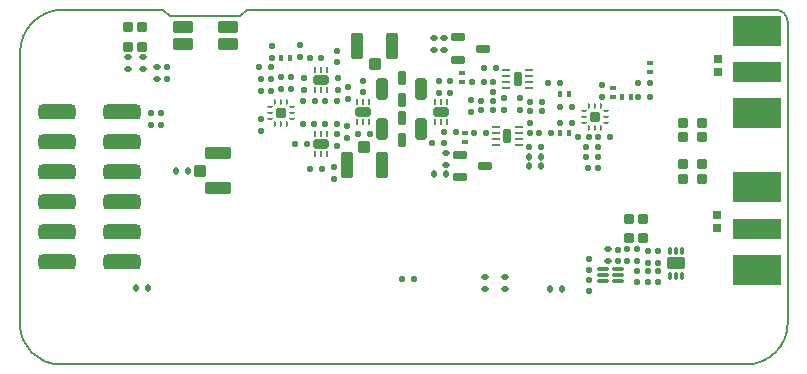
<source format=gtp>
G04*
G04 #@! TF.GenerationSoftware,Altium Limited,CircuitStudio,1.5.2 (30)*
G04*
G04 Layer_Color=16711884*
%FSLAX25Y25*%
%MOIN*%
G70*
G01*
G75*
G04:AMPARAMS|DCode=12|XSize=49.02mil|YSize=24.02mil|CornerRadius=3.6mil|HoleSize=0mil|Usage=FLASHONLY|Rotation=90.000|XOffset=0mil|YOffset=0mil|HoleType=Round|Shape=RoundedRectangle|*
%AMROUNDEDRECTD12*
21,1,0.04902,0.01681,0,0,90.0*
21,1,0.04181,0.02402,0,0,90.0*
1,1,0.00721,0.00841,0.02091*
1,1,0.00721,0.00841,-0.02091*
1,1,0.00721,-0.00841,-0.02091*
1,1,0.00721,-0.00841,0.02091*
%
%ADD12ROUNDEDRECTD12*%
G04:AMPARAMS|DCode=13|XSize=70.87mil|YSize=40.95mil|CornerRadius=6.14mil|HoleSize=0mil|Usage=FLASHONLY|Rotation=90.000|XOffset=0mil|YOffset=0mil|HoleType=Round|Shape=RoundedRectangle|*
%AMROUNDEDRECTD13*
21,1,0.07087,0.02866,0,0,90.0*
21,1,0.05858,0.04095,0,0,90.0*
1,1,0.01228,0.01433,0.02929*
1,1,0.01228,0.01433,-0.02929*
1,1,0.01228,-0.01433,-0.02929*
1,1,0.01228,-0.01433,0.02929*
%
%ADD13ROUNDEDRECTD13*%
G04:AMPARAMS|DCode=14|XSize=64.96mil|YSize=41.34mil|CornerRadius=4.13mil|HoleSize=0mil|Usage=FLASHONLY|Rotation=180.000|XOffset=0mil|YOffset=0mil|HoleType=Round|Shape=RoundedRectangle|*
%AMROUNDEDRECTD14*
21,1,0.06496,0.03307,0,0,180.0*
21,1,0.05669,0.04134,0,0,180.0*
1,1,0.00827,-0.02835,0.01654*
1,1,0.00827,0.02835,0.01654*
1,1,0.00827,0.02835,-0.01654*
1,1,0.00827,-0.02835,-0.01654*
%
%ADD14ROUNDEDRECTD14*%
G04:AMPARAMS|DCode=17|XSize=31.89mil|YSize=36.61mil|CornerRadius=4.78mil|HoleSize=0mil|Usage=FLASHONLY|Rotation=270.000|XOffset=0mil|YOffset=0mil|HoleType=Round|Shape=RoundedRectangle|*
%AMROUNDEDRECTD17*
21,1,0.03189,0.02705,0,0,270.0*
21,1,0.02232,0.03661,0,0,270.0*
1,1,0.00957,-0.01352,-0.01116*
1,1,0.00957,-0.01352,0.01116*
1,1,0.00957,0.01352,0.01116*
1,1,0.00957,0.01352,-0.01116*
%
%ADD17ROUNDEDRECTD17*%
G04:AMPARAMS|DCode=18|XSize=31.89mil|YSize=36.61mil|CornerRadius=4.78mil|HoleSize=0mil|Usage=FLASHONLY|Rotation=180.000|XOffset=0mil|YOffset=0mil|HoleType=Round|Shape=RoundedRectangle|*
%AMROUNDEDRECTD18*
21,1,0.03189,0.02705,0,0,180.0*
21,1,0.02232,0.03661,0,0,180.0*
1,1,0.00957,-0.01116,0.01352*
1,1,0.00957,0.01116,0.01352*
1,1,0.00957,0.01116,-0.01352*
1,1,0.00957,-0.01116,-0.01352*
%
%ADD18ROUNDEDRECTD18*%
G04:AMPARAMS|DCode=19|XSize=27.56mil|YSize=27.56mil|CornerRadius=2.76mil|HoleSize=0mil|Usage=FLASHONLY|Rotation=270.000|XOffset=0mil|YOffset=0mil|HoleType=Round|Shape=RoundedRectangle|*
%AMROUNDEDRECTD19*
21,1,0.02756,0.02205,0,0,270.0*
21,1,0.02205,0.02756,0,0,270.0*
1,1,0.00551,-0.01102,-0.01102*
1,1,0.00551,-0.01102,0.01102*
1,1,0.00551,0.01102,0.01102*
1,1,0.00551,0.01102,-0.01102*
%
%ADD19ROUNDEDRECTD19*%
G04:AMPARAMS|DCode=20|XSize=14.17mil|YSize=23mil|CornerRadius=0.71mil|HoleSize=0mil|Usage=FLASHONLY|Rotation=180.000|XOffset=0mil|YOffset=0mil|HoleType=Round|Shape=RoundedRectangle|*
%AMROUNDEDRECTD20*
21,1,0.01417,0.02158,0,0,180.0*
21,1,0.01276,0.02300,0,0,180.0*
1,1,0.00142,-0.00638,0.01079*
1,1,0.00142,0.00638,0.01079*
1,1,0.00142,0.00638,-0.01079*
1,1,0.00142,-0.00638,-0.01079*
%
%ADD20ROUNDEDRECTD20*%
G04:AMPARAMS|DCode=21|XSize=14.17mil|YSize=23mil|CornerRadius=0.71mil|HoleSize=0mil|Usage=FLASHONLY|Rotation=90.000|XOffset=0mil|YOffset=0mil|HoleType=Round|Shape=RoundedRectangle|*
%AMROUNDEDRECTD21*
21,1,0.01417,0.02158,0,0,90.0*
21,1,0.01276,0.02300,0,0,90.0*
1,1,0.00142,0.01079,0.00638*
1,1,0.00142,0.01079,-0.00638*
1,1,0.00142,-0.01079,-0.00638*
1,1,0.00142,-0.01079,0.00638*
%
%ADD21ROUNDEDRECTD21*%
G04:AMPARAMS|DCode=22|XSize=23.62mil|YSize=17.72mil|CornerRadius=4.43mil|HoleSize=0mil|Usage=FLASHONLY|Rotation=270.000|XOffset=0mil|YOffset=0mil|HoleType=Round|Shape=RoundedRectangle|*
%AMROUNDEDRECTD22*
21,1,0.02362,0.00886,0,0,270.0*
21,1,0.01476,0.01772,0,0,270.0*
1,1,0.00886,-0.00443,-0.00738*
1,1,0.00886,-0.00443,0.00738*
1,1,0.00886,0.00443,0.00738*
1,1,0.00886,0.00443,-0.00738*
%
%ADD22ROUNDEDRECTD22*%
G04:AMPARAMS|DCode=23|XSize=23.62mil|YSize=17.72mil|CornerRadius=4.43mil|HoleSize=0mil|Usage=FLASHONLY|Rotation=0.000|XOffset=0mil|YOffset=0mil|HoleType=Round|Shape=RoundedRectangle|*
%AMROUNDEDRECTD23*
21,1,0.02362,0.00886,0,0,0.0*
21,1,0.01476,0.01772,0,0,0.0*
1,1,0.00886,0.00738,-0.00443*
1,1,0.00886,-0.00738,-0.00443*
1,1,0.00886,-0.00738,0.00443*
1,1,0.00886,0.00738,0.00443*
%
%ADD23ROUNDEDRECTD23*%
G04:AMPARAMS|DCode=24|XSize=47.24mil|YSize=23.62mil|CornerRadius=3.54mil|HoleSize=0mil|Usage=FLASHONLY|Rotation=90.000|XOffset=0mil|YOffset=0mil|HoleType=Round|Shape=RoundedRectangle|*
%AMROUNDEDRECTD24*
21,1,0.04724,0.01654,0,0,90.0*
21,1,0.04016,0.02362,0,0,90.0*
1,1,0.00709,0.00827,0.02008*
1,1,0.00709,0.00827,-0.02008*
1,1,0.00709,-0.00827,-0.02008*
1,1,0.00709,-0.00827,0.02008*
%
%ADD24ROUNDEDRECTD24*%
G04:AMPARAMS|DCode=25|XSize=9.84mil|YSize=29.53mil|CornerRadius=1.48mil|HoleSize=0mil|Usage=FLASHONLY|Rotation=90.000|XOffset=0mil|YOffset=0mil|HoleType=Round|Shape=RoundedRectangle|*
%AMROUNDEDRECTD25*
21,1,0.00984,0.02658,0,0,90.0*
21,1,0.00689,0.02953,0,0,90.0*
1,1,0.00295,0.01329,0.00345*
1,1,0.00295,0.01329,-0.00345*
1,1,0.00295,-0.01329,-0.00345*
1,1,0.00295,-0.01329,0.00345*
%
%ADD25ROUNDEDRECTD25*%
%ADD26R,0.16496X0.10492*%
%ADD27R,0.16496X0.07008*%
G04:AMPARAMS|DCode=28|XSize=48.43mil|YSize=23.62mil|CornerRadius=2.95mil|HoleSize=0mil|Usage=FLASHONLY|Rotation=0.000|XOffset=0mil|YOffset=0mil|HoleType=Round|Shape=RoundedRectangle|*
%AMROUNDEDRECTD28*
21,1,0.04843,0.01772,0,0,0.0*
21,1,0.04252,0.02362,0,0,0.0*
1,1,0.00591,0.02126,-0.00886*
1,1,0.00591,-0.02126,-0.00886*
1,1,0.00591,-0.02126,0.00886*
1,1,0.00591,0.02126,0.00886*
%
%ADD28ROUNDEDRECTD28*%
G04:AMPARAMS|DCode=29|XSize=21.65mil|YSize=17.72mil|CornerRadius=4.43mil|HoleSize=0mil|Usage=FLASHONLY|Rotation=90.000|XOffset=0mil|YOffset=0mil|HoleType=Round|Shape=RoundedRectangle|*
%AMROUNDEDRECTD29*
21,1,0.02165,0.00886,0,0,90.0*
21,1,0.01280,0.01772,0,0,90.0*
1,1,0.00886,0.00443,0.00640*
1,1,0.00886,0.00443,-0.00640*
1,1,0.00886,-0.00443,-0.00640*
1,1,0.00886,-0.00443,0.00640*
%
%ADD29ROUNDEDRECTD29*%
G04:AMPARAMS|DCode=30|XSize=21.65mil|YSize=17.72mil|CornerRadius=4.43mil|HoleSize=0mil|Usage=FLASHONLY|Rotation=180.000|XOffset=0mil|YOffset=0mil|HoleType=Round|Shape=RoundedRectangle|*
%AMROUNDEDRECTD30*
21,1,0.02165,0.00886,0,0,180.0*
21,1,0.01280,0.01772,0,0,180.0*
1,1,0.00886,-0.00640,0.00443*
1,1,0.00886,0.00640,0.00443*
1,1,0.00886,0.00640,-0.00443*
1,1,0.00886,-0.00640,-0.00443*
%
%ADD30ROUNDEDRECTD30*%
G04:AMPARAMS|DCode=31|XSize=125.2mil|YSize=50mil|CornerRadius=12.5mil|HoleSize=0mil|Usage=FLASHONLY|Rotation=180.000|XOffset=0mil|YOffset=0mil|HoleType=Round|Shape=RoundedRectangle|*
%AMROUNDEDRECTD31*
21,1,0.12520,0.02500,0,0,180.0*
21,1,0.10020,0.05000,0,0,180.0*
1,1,0.02500,-0.05010,0.01250*
1,1,0.02500,0.05010,0.01250*
1,1,0.02500,0.05010,-0.01250*
1,1,0.02500,-0.05010,-0.01250*
%
%ADD31ROUNDEDRECTD31*%
G04:AMPARAMS|DCode=32|XSize=21.65mil|YSize=9.84mil|CornerRadius=1.48mil|HoleSize=0mil|Usage=FLASHONLY|Rotation=90.000|XOffset=0mil|YOffset=0mil|HoleType=Round|Shape=RoundedRectangle|*
%AMROUNDEDRECTD32*
21,1,0.02165,0.00689,0,0,90.0*
21,1,0.01870,0.00984,0,0,90.0*
1,1,0.00295,0.00345,0.00935*
1,1,0.00295,0.00345,-0.00935*
1,1,0.00295,-0.00345,-0.00935*
1,1,0.00295,-0.00345,0.00935*
%
%ADD32ROUNDEDRECTD32*%
G04:AMPARAMS|DCode=33|XSize=51.18mil|YSize=31.5mil|CornerRadius=4.72mil|HoleSize=0mil|Usage=FLASHONLY|Rotation=180.000|XOffset=0mil|YOffset=0mil|HoleType=Round|Shape=RoundedRectangle|*
%AMROUNDEDRECTD33*
21,1,0.05118,0.02205,0,0,180.0*
21,1,0.04173,0.03150,0,0,180.0*
1,1,0.00945,-0.02087,0.01102*
1,1,0.00945,0.02087,0.01102*
1,1,0.00945,0.02087,-0.01102*
1,1,0.00945,-0.02087,-0.01102*
%
%ADD33ROUNDEDRECTD33*%
G04:AMPARAMS|DCode=34|XSize=39.37mil|YSize=41.34mil|CornerRadius=3.94mil|HoleSize=0mil|Usage=FLASHONLY|Rotation=270.000|XOffset=0mil|YOffset=0mil|HoleType=Round|Shape=RoundedRectangle|*
%AMROUNDEDRECTD34*
21,1,0.03937,0.03347,0,0,270.0*
21,1,0.03150,0.04134,0,0,270.0*
1,1,0.00787,-0.01673,-0.01575*
1,1,0.00787,-0.01673,0.01575*
1,1,0.00787,0.01673,0.01575*
1,1,0.00787,0.01673,-0.01575*
%
%ADD34ROUNDEDRECTD34*%
G04:AMPARAMS|DCode=35|XSize=41.34mil|YSize=86.61mil|CornerRadius=4.13mil|HoleSize=0mil|Usage=FLASHONLY|Rotation=270.000|XOffset=0mil|YOffset=0mil|HoleType=Round|Shape=RoundedRectangle|*
%AMROUNDEDRECTD35*
21,1,0.04134,0.07835,0,0,270.0*
21,1,0.03307,0.08661,0,0,270.0*
1,1,0.00827,-0.03917,-0.01654*
1,1,0.00827,-0.03917,0.01654*
1,1,0.00827,0.03917,0.01654*
1,1,0.00827,0.03917,-0.01654*
%
%ADD35ROUNDEDRECTD35*%
G04:AMPARAMS|DCode=36|XSize=39.37mil|YSize=41.34mil|CornerRadius=3.94mil|HoleSize=0mil|Usage=FLASHONLY|Rotation=180.000|XOffset=0mil|YOffset=0mil|HoleType=Round|Shape=RoundedRectangle|*
%AMROUNDEDRECTD36*
21,1,0.03937,0.03347,0,0,180.0*
21,1,0.03150,0.04134,0,0,180.0*
1,1,0.00787,-0.01575,0.01673*
1,1,0.00787,0.01575,0.01673*
1,1,0.00787,0.01575,-0.01673*
1,1,0.00787,-0.01575,-0.01673*
%
%ADD36ROUNDEDRECTD36*%
G04:AMPARAMS|DCode=37|XSize=41.34mil|YSize=86.61mil|CornerRadius=4.13mil|HoleSize=0mil|Usage=FLASHONLY|Rotation=180.000|XOffset=0mil|YOffset=0mil|HoleType=Round|Shape=RoundedRectangle|*
%AMROUNDEDRECTD37*
21,1,0.04134,0.07835,0,0,180.0*
21,1,0.03307,0.08661,0,0,180.0*
1,1,0.00827,-0.01654,0.03917*
1,1,0.00827,0.01654,0.03917*
1,1,0.00827,0.01654,-0.03917*
1,1,0.00827,-0.01654,-0.03917*
%
%ADD37ROUNDEDRECTD37*%
G04:AMPARAMS|DCode=38|XSize=18.11mil|YSize=7.87mil|CornerRadius=3.15mil|HoleSize=0mil|Usage=FLASHONLY|Rotation=180.000|XOffset=0mil|YOffset=0mil|HoleType=Round|Shape=RoundedRectangle|*
%AMROUNDEDRECTD38*
21,1,0.01811,0.00158,0,0,180.0*
21,1,0.01181,0.00787,0,0,180.0*
1,1,0.00630,-0.00591,0.00079*
1,1,0.00630,0.00591,0.00079*
1,1,0.00630,0.00591,-0.00079*
1,1,0.00630,-0.00591,-0.00079*
%
%ADD38ROUNDEDRECTD38*%
G04:AMPARAMS|DCode=39|XSize=18.11mil|YSize=7.87mil|CornerRadius=3.15mil|HoleSize=0mil|Usage=FLASHONLY|Rotation=270.000|XOffset=0mil|YOffset=0mil|HoleType=Round|Shape=RoundedRectangle|*
%AMROUNDEDRECTD39*
21,1,0.01811,0.00158,0,0,270.0*
21,1,0.01181,0.00787,0,0,270.0*
1,1,0.00630,-0.00079,-0.00591*
1,1,0.00630,-0.00079,0.00591*
1,1,0.00630,0.00079,0.00591*
1,1,0.00630,0.00079,-0.00591*
%
%ADD39ROUNDEDRECTD39*%
G04:AMPARAMS|DCode=40|XSize=31.5mil|YSize=31.5mil|CornerRadius=3.15mil|HoleSize=0mil|Usage=FLASHONLY|Rotation=270.000|XOffset=0mil|YOffset=0mil|HoleType=Round|Shape=RoundedRectangle|*
%AMROUNDEDRECTD40*
21,1,0.03150,0.02520,0,0,270.0*
21,1,0.02520,0.03150,0,0,270.0*
1,1,0.00630,-0.01260,-0.01260*
1,1,0.00630,-0.01260,0.01260*
1,1,0.00630,0.01260,0.01260*
1,1,0.00630,0.01260,-0.01260*
%
%ADD40ROUNDEDRECTD40*%
G04:AMPARAMS|DCode=41|XSize=25.59mil|YSize=11.81mil|CornerRadius=2.95mil|HoleSize=0mil|Usage=FLASHONLY|Rotation=270.000|XOffset=0mil|YOffset=0mil|HoleType=Round|Shape=RoundedRectangle|*
%AMROUNDEDRECTD41*
21,1,0.02559,0.00591,0,0,270.0*
21,1,0.01969,0.01181,0,0,270.0*
1,1,0.00591,-0.00295,-0.00984*
1,1,0.00591,-0.00295,0.00984*
1,1,0.00591,0.00295,0.00984*
1,1,0.00591,0.00295,-0.00984*
%
%ADD41ROUNDEDRECTD41*%
G04:AMPARAMS|DCode=42|XSize=61.02mil|YSize=40.16mil|CornerRadius=4.02mil|HoleSize=0mil|Usage=FLASHONLY|Rotation=0.000|XOffset=0mil|YOffset=0mil|HoleType=Round|Shape=RoundedRectangle|*
%AMROUNDEDRECTD42*
21,1,0.06102,0.03213,0,0,0.0*
21,1,0.05299,0.04016,0,0,0.0*
1,1,0.00803,0.02649,-0.01606*
1,1,0.00803,-0.02649,-0.01606*
1,1,0.00803,-0.02649,0.01606*
1,1,0.00803,0.02649,0.01606*
%
%ADD42ROUNDEDRECTD42*%
G04:AMPARAMS|DCode=43|XSize=37.01mil|YSize=10.63mil|CornerRadius=1.33mil|HoleSize=0mil|Usage=FLASHONLY|Rotation=180.000|XOffset=0mil|YOffset=0mil|HoleType=Round|Shape=RoundedRectangle|*
%AMROUNDEDRECTD43*
21,1,0.03701,0.00797,0,0,180.0*
21,1,0.03435,0.01063,0,0,180.0*
1,1,0.00266,-0.01718,0.00399*
1,1,0.00266,0.01718,0.00399*
1,1,0.00266,0.01718,-0.00399*
1,1,0.00266,-0.01718,-0.00399*
%
%ADD43ROUNDEDRECTD43*%
%ADD53C,0.00500*%
G04:AMPARAMS|DCode=98|XSize=21.62mil|YSize=17.69mil|CornerRadius=3.92mil|HoleSize=0mil|Usage=FLASHONLY|Rotation=180.000|XOffset=0mil|YOffset=0mil|HoleType=Round|Shape=RoundedRectangle|*
%AMROUNDEDRECTD98*
21,1,0.02162,0.00984,0,0,180.0*
21,1,0.01378,0.01769,0,0,180.0*
1,1,0.00784,-0.00689,0.00492*
1,1,0.00784,0.00689,0.00492*
1,1,0.00784,0.00689,-0.00492*
1,1,0.00784,-0.00689,-0.00492*
%
%ADD98ROUNDEDRECTD98*%
G04:AMPARAMS|DCode=99|XSize=21.62mil|YSize=17.69mil|CornerRadius=3.92mil|HoleSize=0mil|Usage=FLASHONLY|Rotation=270.000|XOffset=0mil|YOffset=0mil|HoleType=Round|Shape=RoundedRectangle|*
%AMROUNDEDRECTD99*
21,1,0.02162,0.00984,0,0,270.0*
21,1,0.01378,0.01769,0,0,270.0*
1,1,0.00784,-0.00492,-0.00689*
1,1,0.00784,-0.00492,0.00689*
1,1,0.00784,0.00492,0.00689*
1,1,0.00784,0.00492,-0.00689*
%
%ADD99ROUNDEDRECTD99*%
D12*
X1161836Y774360D02*
D03*
Y781663D02*
D03*
X1161826Y787509D02*
D03*
Y794813D02*
D03*
D13*
X1168233Y778011D02*
D03*
X1155438D02*
D03*
X1168223Y791161D02*
D03*
X1155428D02*
D03*
D14*
X1103954Y806327D02*
D03*
Y812035D02*
D03*
X1088797Y806327D02*
D03*
Y812035D02*
D03*
D17*
X1242376Y748070D02*
D03*
Y741692D02*
D03*
X1237476Y748070D02*
D03*
Y741692D02*
D03*
X1070636Y811800D02*
D03*
Y805422D02*
D03*
X1075456Y811820D02*
D03*
Y805442D02*
D03*
D18*
X1262065Y766181D02*
D03*
X1255687D02*
D03*
X1262065Y761381D02*
D03*
X1255687D02*
D03*
X1262065Y775181D02*
D03*
X1255687D02*
D03*
X1262065Y779881D02*
D03*
X1255687D02*
D03*
D19*
X1266887Y749127D02*
D03*
Y744797D02*
D03*
X1267433Y801128D02*
D03*
Y796797D02*
D03*
D20*
X1121716Y801681D02*
D03*
X1124716D02*
D03*
X1217583Y789713D02*
D03*
X1214583D02*
D03*
X1217583Y776524D02*
D03*
X1214583D02*
D03*
X1235276Y788681D02*
D03*
X1238276D02*
D03*
D21*
X1232276Y791681D02*
D03*
Y788681D02*
D03*
X1244576Y799781D02*
D03*
Y796781D02*
D03*
X1181929Y796610D02*
D03*
Y793610D02*
D03*
X1182876Y773581D02*
D03*
Y776581D02*
D03*
D22*
X1172676Y762981D02*
D03*
X1176676D02*
D03*
X1215276Y724481D02*
D03*
X1211276D02*
D03*
X1208276Y765581D02*
D03*
X1204276D02*
D03*
X1204366Y768759D02*
D03*
X1208366D02*
D03*
X1086476Y763931D02*
D03*
X1090476D02*
D03*
X1073176Y724881D02*
D03*
X1077176D02*
D03*
D23*
X1175976Y804381D02*
D03*
Y808381D02*
D03*
X1176676Y765781D02*
D03*
Y769781D02*
D03*
X1070676Y802081D02*
D03*
Y798081D02*
D03*
X1075476Y802081D02*
D03*
Y798081D02*
D03*
X1080176Y798681D02*
D03*
Y794681D02*
D03*
X1172776Y804381D02*
D03*
Y808381D02*
D03*
X1196376Y728481D02*
D03*
Y724481D02*
D03*
X1189776Y728481D02*
D03*
Y724481D02*
D03*
X1230676Y737781D02*
D03*
Y733781D02*
D03*
D24*
X1197028Y775638D02*
D03*
X1200532Y794535D02*
D03*
D25*
X1200906Y772685D02*
D03*
Y774654D02*
D03*
Y776622D02*
D03*
Y778591D02*
D03*
X1193150Y772685D02*
D03*
Y774654D02*
D03*
Y776622D02*
D03*
Y778591D02*
D03*
X1196654Y797488D02*
D03*
Y795520D02*
D03*
Y793551D02*
D03*
Y791583D02*
D03*
X1204410Y797488D02*
D03*
Y795520D02*
D03*
Y793551D02*
D03*
Y791583D02*
D03*
D26*
X1280174Y783114D02*
D03*
Y810614D02*
D03*
Y730948D02*
D03*
Y758448D02*
D03*
D27*
Y796864D02*
D03*
Y744698D02*
D03*
D28*
X1180725Y808478D02*
D03*
X1189072Y804738D02*
D03*
X1180725Y800998D02*
D03*
X1181415Y769403D02*
D03*
X1189761Y765662D02*
D03*
X1181415Y761922D02*
D03*
D29*
X1227249Y764881D02*
D03*
X1223903D02*
D03*
X1237102Y737781D02*
D03*
X1240448D02*
D03*
X1237102Y733781D02*
D03*
X1240448D02*
D03*
D30*
X1192376Y793681D02*
D03*
Y790335D02*
D03*
X1204567Y776622D02*
D03*
Y779968D02*
D03*
D31*
X1046985Y783478D02*
D03*
Y773478D02*
D03*
Y763478D02*
D03*
Y753478D02*
D03*
Y743478D02*
D03*
Y733478D02*
D03*
X1068481Y783478D02*
D03*
Y773478D02*
D03*
Y763478D02*
D03*
Y753478D02*
D03*
Y743478D02*
D03*
Y733478D02*
D03*
D32*
X1172867Y780405D02*
D03*
X1174836D02*
D03*
X1176804D02*
D03*
Y787098D02*
D03*
X1174836D02*
D03*
X1172867D02*
D03*
X1147027Y780325D02*
D03*
X1148996D02*
D03*
X1150964D02*
D03*
Y787018D02*
D03*
X1148996D02*
D03*
X1147027D02*
D03*
X1137047Y776327D02*
D03*
X1135079D02*
D03*
X1133110D02*
D03*
Y769634D02*
D03*
X1135079D02*
D03*
X1137047D02*
D03*
X1133110Y790894D02*
D03*
X1135079D02*
D03*
X1137047D02*
D03*
Y797587D02*
D03*
X1135079D02*
D03*
X1133110D02*
D03*
D33*
X1174836Y783751D02*
D03*
X1148996Y783671D02*
D03*
X1135079Y772980D02*
D03*
Y794240D02*
D03*
D34*
X1094472Y763981D02*
D03*
D35*
X1100476Y769788D02*
D03*
Y758174D02*
D03*
D36*
X1149446Y772005D02*
D03*
X1152846Y799577D02*
D03*
D37*
X1155253Y766001D02*
D03*
X1143639D02*
D03*
X1147038Y805581D02*
D03*
X1158653D02*
D03*
D38*
X1125354Y781248D02*
D03*
Y783217D02*
D03*
Y785185D02*
D03*
X1118032D02*
D03*
Y783217D02*
D03*
Y781248D02*
D03*
X1222756Y784004D02*
D03*
Y782035D02*
D03*
Y780067D02*
D03*
X1230079D02*
D03*
Y782035D02*
D03*
Y784004D02*
D03*
D39*
X1123662Y786878D02*
D03*
X1121693D02*
D03*
X1119724D02*
D03*
Y779555D02*
D03*
X1121693D02*
D03*
X1123662D02*
D03*
X1224449Y778374D02*
D03*
X1226417D02*
D03*
X1228386D02*
D03*
Y785697D02*
D03*
X1226417D02*
D03*
X1224449D02*
D03*
D40*
X1121693Y783217D02*
D03*
X1226417Y782035D02*
D03*
D41*
X1255270Y737290D02*
D03*
X1253301D02*
D03*
X1251332D02*
D03*
Y729022D02*
D03*
X1253301D02*
D03*
X1255270D02*
D03*
D42*
X1253301Y733156D02*
D03*
D43*
X1233856Y727413D02*
D03*
Y729381D02*
D03*
Y731350D02*
D03*
X1228895D02*
D03*
Y729381D02*
D03*
Y727413D02*
D03*
D53*
X1290528Y813564D02*
G03*
X1286362Y817730I-4166J0D01*
G01*
X1048995D02*
G03*
X1034623Y803358I0J-14372D01*
G01*
X1034623Y712769D02*
G03*
X1047891Y699502I13268J0D01*
G01*
X1276749Y699502D02*
G03*
X1290528Y713281I0J13780D01*
G01*
X1107961Y815466D02*
X1110224Y817730D01*
X1048995D02*
X1082327D01*
X1084591Y815466D01*
X1290528Y767631D02*
Y813564D01*
X1110224Y817730D02*
X1286362D01*
X1290528Y713281D02*
Y718006D01*
X1034623Y796470D02*
Y803358D01*
X1084591Y815466D02*
X1107961D01*
X1290528Y718006D02*
Y767631D01*
X1034623Y712769D02*
X1034623Y796470D01*
X1047891Y699502D02*
X1276749Y699502D01*
D98*
X1185079Y783610D02*
D03*
Y787547D02*
D03*
X1118606Y805650D02*
D03*
Y801713D02*
D03*
X1127856Y805830D02*
D03*
Y801893D02*
D03*
X1140566Y790923D02*
D03*
Y794860D02*
D03*
X1148996Y794100D02*
D03*
Y790163D02*
D03*
X1195922Y788202D02*
D03*
Y784265D02*
D03*
X1201172Y788271D02*
D03*
Y784334D02*
D03*
X1228476Y792650D02*
D03*
Y788713D02*
D03*
X1174276Y793850D02*
D03*
Y789913D02*
D03*
X1177876D02*
D03*
Y793850D02*
D03*
X1143876Y788013D02*
D03*
Y791950D02*
D03*
X1143776Y778950D02*
D03*
Y775013D02*
D03*
X1139296Y761343D02*
D03*
Y765280D02*
D03*
X1129376Y791113D02*
D03*
Y795050D02*
D03*
X1140176Y804110D02*
D03*
Y800173D02*
D03*
X1083476Y794613D02*
D03*
Y798550D02*
D03*
X1224376Y723813D02*
D03*
Y727750D02*
D03*
X1233876Y737750D02*
D03*
Y733813D02*
D03*
X1240401Y730724D02*
D03*
Y726787D02*
D03*
X1224276Y734750D02*
D03*
Y730813D02*
D03*
X1140376Y776150D02*
D03*
Y772213D02*
D03*
X1114976Y794550D02*
D03*
Y790613D02*
D03*
X1124876Y791413D02*
D03*
Y795350D02*
D03*
X1121676Y791413D02*
D03*
Y795350D02*
D03*
X1115000Y781248D02*
D03*
Y777311D02*
D03*
X1078176Y783250D02*
D03*
Y779313D02*
D03*
X1247201Y726787D02*
D03*
Y730724D02*
D03*
X1243801Y733387D02*
D03*
Y737324D02*
D03*
Y726787D02*
D03*
Y730724D02*
D03*
X1247201Y737324D02*
D03*
Y733387D02*
D03*
X1118376Y794550D02*
D03*
Y790613D02*
D03*
X1081576Y783250D02*
D03*
Y779313D02*
D03*
D99*
X1135292Y764580D02*
D03*
X1131355D02*
D03*
X1118154Y798691D02*
D03*
X1114217D02*
D03*
X1135079Y801721D02*
D03*
X1131142D02*
D03*
X1188442Y784265D02*
D03*
X1192379D02*
D03*
X1189229Y798439D02*
D03*
X1193166D02*
D03*
X1176044Y773171D02*
D03*
X1172107D02*
D03*
X1240707Y793181D02*
D03*
X1244644D02*
D03*
X1218644Y785181D02*
D03*
X1214707D02*
D03*
X1214508Y793354D02*
D03*
X1210571D02*
D03*
X1214705Y779969D02*
D03*
X1218642D02*
D03*
X1180031Y776930D02*
D03*
X1176094D02*
D03*
X1204583Y783872D02*
D03*
X1208521D02*
D03*
X1189844Y776681D02*
D03*
X1185907D02*
D03*
X1208344Y771981D02*
D03*
X1204407D02*
D03*
X1147227Y776441D02*
D03*
X1151164D02*
D03*
X1185307Y793481D02*
D03*
X1189244D02*
D03*
X1208521Y787021D02*
D03*
X1204583D02*
D03*
X1188442Y787415D02*
D03*
X1192379D02*
D03*
X1207717Y776524D02*
D03*
X1211654D02*
D03*
X1128907Y787281D02*
D03*
X1132844D02*
D03*
X1126237Y772848D02*
D03*
X1130174D02*
D03*
X1223307Y768481D02*
D03*
X1227244D02*
D03*
X1224449Y775343D02*
D03*
X1220512D02*
D03*
X1227205D02*
D03*
X1231142D02*
D03*
X1240707Y788681D02*
D03*
X1244644D02*
D03*
X1140144Y779681D02*
D03*
X1136207D02*
D03*
X1140244Y787281D02*
D03*
X1136307D02*
D03*
X1128807Y779681D02*
D03*
X1132744D02*
D03*
X1165844Y727781D02*
D03*
X1161907D02*
D03*
X1223307Y771881D02*
D03*
X1227244D02*
D03*
M02*

</source>
